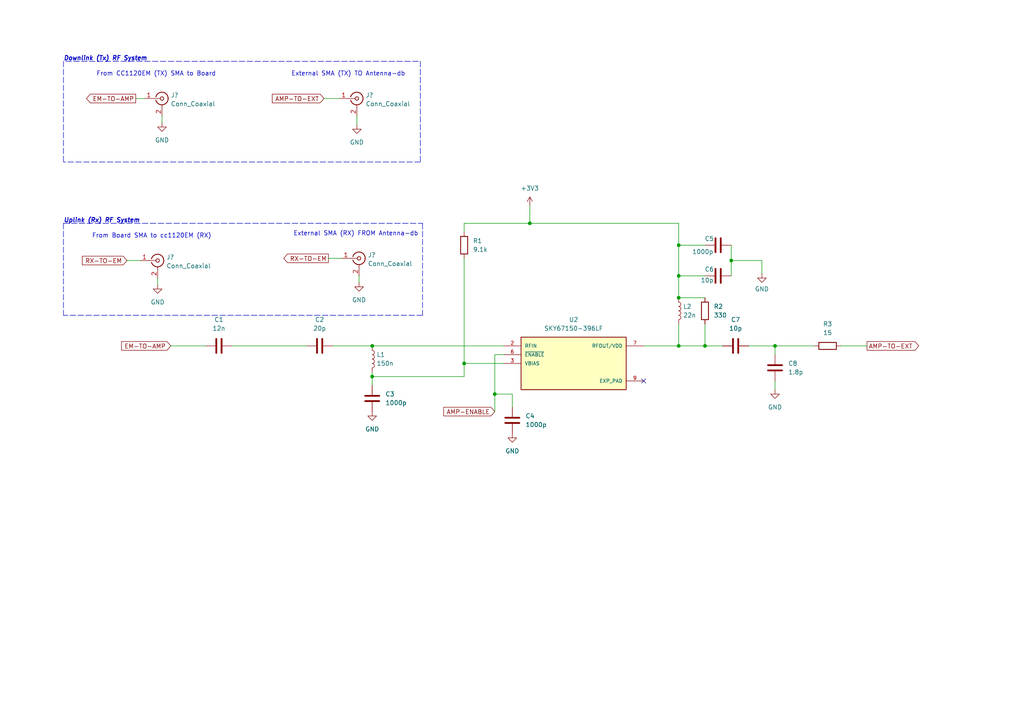
<source format=kicad_sch>
(kicad_sch (version 20211123) (generator eeschema)
  (paper "A4")
  (lib_symbols
    (symbol "Connector:Conn_Coaxial" (pin_names (offset 1.016) hide)
      (property "Reference" "J" (at 0.254 3.048 0))
      (property "Value" "Conn_Coaxial" (at 2.921 0 90))
      (symbol "Conn_Coaxial_0_1"
        (arc (start -1.778 -0.508) (mid 0.2311 -1.8066) (end 1.778 0) (stroke (width 0.254)))
        (polyline (pts (xy -2.54 0) (xy -0.508 0)))
        (polyline (pts (xy 0 -2.54) (xy 0 -1.778)))
        (circle (center 0 0) (radius 0.508) (stroke (width 0.2032)))
        (arc (start 1.778 0) (mid 0.2099 1.8101) (end -1.778 0.508) (stroke (width 0.254)))
      )
      (symbol "Conn_Coaxial_1_1"
        (pin passive line (at -5.08 0 0) (length 2.54) (name "In") (number "1"))
        (pin passive line (at 0 -5.08 90) (length 2.54) (name "Ext") (number "2"))
      )
    )
    (symbol "Device:C" (pin_numbers hide) (pin_names (offset 0.254))
      (property "Reference" "C" (at 0.635 2.54 0))
      (property "Value" "C" (at 0.635 -2.54 0))
      (symbol "C_0_1"
        (polyline (pts (xy -2.032 -0.762) (xy 2.032 -0.762)) (stroke (width 0.508)))
        (polyline (pts (xy -2.032 0.762) (xy 2.032 0.762)) (stroke (width 0.508)))
      )
      (symbol "C_1_1"
        (pin passive line (at 0 3.81 270) (length 2.794) (name "~") (number "1"))
        (pin passive line (at 0 -3.81 90) (length 2.794) (name "~") (number "2"))
      )
    )
    (symbol "Device:L" (pin_numbers hide) (pin_names (offset 1.016) hide)
      (property "Reference" "L" (at -1.27 0 90))
      (property "Value" "L" (at 1.905 0 90))
      (symbol "L_0_1"
        (arc (start 0 -2.54) (mid 0.635 -1.905) (end 0 -1.27))
        (arc (start 0 -1.27) (mid 0.635 -0.635) (end 0 0))
        (arc (start 0 0) (mid 0.635 0.635) (end 0 1.27))
        (arc (start 0 1.27) (mid 0.635 1.905) (end 0 2.54))
      )
      (symbol "L_1_1"
        (pin passive line (at 0 3.81 270) (length 1.27) (name "1") (number "1"))
        (pin passive line (at 0 -3.81 90) (length 1.27) (name "2") (number "2"))
      )
    )
    (symbol "Device:R" (pin_numbers hide) (pin_names (offset 0))
      (property "Reference" "R" (at 2.032 0 90))
      (property "Value" "R" (at 0 0 90))
      (symbol "R_0_1"
        (rectangle (start -1.016 -2.54) (end 1.016 2.54) (stroke (width 0.254)))
      )
      (symbol "R_1_1"
        (pin passive line (at 0 3.81 270) (length 1.27) (name "~") (number "1"))
        (pin passive line (at 0 -3.81 90) (length 1.27) (name "~") (number "2"))
      )
    )
    (symbol "SKY67150-396LF:SKY67150-396LF" (pin_names (offset 1.016))
      (property "Reference" "U" (at -15.2684 8.1432 0))
      (property "Value" "SKY67150-396LF" (at -15.2543 -10.1695 0))
      (symbol "SKY67150-396LF_0_0"
        (rectangle (start -15.24 -7.62) (end 15.24 7.62) (stroke (width 0.254)) (fill (type background)))
        (pin input line (at -20.32 5.08 0) (length 5.08) (name "RFIN") (number "2"))
        (pin input line (at -20.32 0 0) (length 5.08) (name "VBIAS") (number "3"))
        (pin input line (at -20.32 2.54 0) (length 5.08) (name "~{ENABLE}") (number "6"))
        (pin output line (at 20.32 5.08 180) (length 5.08) (name "RFOUT/VDD") (number "7"))
        (pin power_in line (at 20.32 -5.08 180) (length 5.08) (name "EXP_PAD") (number "9"))
      )
    )
    (symbol "power:+3V3" (power) (pin_names (offset 0))
      (property "Value" "+3V3" (at 0 3.556 0))
      (symbol "+3V3_0_1"
        (polyline (pts (xy -0.762 1.27) (xy 0 2.54)))
        (polyline (pts (xy 0 0) (xy 0 2.54)))
        (polyline (pts (xy 0 2.54) (xy 0.762 1.27)))
      )
      (symbol "+3V3_1_1"
        (pin power_in line (at 0 0 90) (length 0) hide (name "+3V3") (number "1"))
      )
    )
    (symbol "power:GND" (power) (pin_names (offset 0))
      (property "Value" "GND" (at 0 -3.81 0))
      (symbol "GND_0_1"
        (polyline (pts (xy 0 0) (xy 0 -1.27) (xy 1.27 -1.27) (xy 0 -2.54) (xy -1.27 -1.27) (xy 0 -1.27)))
      )
      (symbol "GND_1_1"
        (pin power_in line (at 0 0 270) (length 0) hide (name "GND") (number "1"))
      )
    )
  )
  (junction (at 204.47 100.33))
  (junction (at 196.85 80.01))
  (junction (at 212.09 75.565))
  (junction (at 107.95 100.33))
  (junction (at 196.85 71.12))
  (junction (at 143.51 114.3))
  (junction (at 196.85 100.33))
  (junction (at 107.95 109.22))
  (junction (at 134.62 105.41))
  (junction (at 153.67 64.77))
  (junction (at 224.79 100.33))
  (junction (at 196.85 86.36))
  (no_connect (at 186.69 110.49))
  (wire (pts (xy 196.85 71.12) (xy 196.85 80.01)))
  (wire (pts (xy 46.99 35.56) (xy 46.99 33.655)))
  (wire (pts (xy 204.47 100.33) (xy 209.55 100.33)))
  (wire (pts (xy 143.51 114.3) (xy 148.59 114.3)))
  (wire (pts (xy 39.37 28.575) (xy 41.91 28.575)))
  (wire (pts (xy 143.51 102.87) (xy 143.51 114.3)))
  (wire (pts (xy 153.67 59.69) (xy 153.67 64.77)))
  (wire (pts (xy 220.98 75.565) (xy 212.09 75.565)))
  (wire (pts (xy 45.72 82.55) (xy 45.72 80.645)))
  (wire (pts (xy 107.95 107.95) (xy 107.95 109.22)))
  (wire (pts (xy 49.53 100.33) (xy 59.69 100.33)))
  (wire (pts (xy 104.14 81.915) (xy 104.14 80.01)))
  (wire (pts (xy 143.51 114.3) (xy 143.51 119.38)))
  (polyline (pts (xy 19.05 17.78) (xy 121.92 17.78)))
  (wire (pts (xy 148.59 114.3) (xy 148.59 118.11)))
  (wire (pts (xy 224.79 100.33) (xy 236.22 100.33)))
  (polyline (pts (xy 122.555 64.77) (xy 122.555 91.44)))
  (wire (pts (xy 186.69 100.33) (xy 196.85 100.33)))
  (wire (pts (xy 196.85 93.98) (xy 196.85 100.33)))
  (polyline (pts (xy 18.415 64.77) (xy 122.555 64.77)))
  (wire (pts (xy 103.505 36.195) (xy 103.505 33.655)))
  (wire (pts (xy 67.31 100.33) (xy 88.9 100.33)))
  (wire (pts (xy 153.67 64.77) (xy 196.85 64.77)))
  (wire (pts (xy 107.95 109.22) (xy 107.95 111.76)))
  (polyline (pts (xy 122.555 91.44) (xy 18.415 91.44)))
  (wire (pts (xy 134.62 105.41) (xy 146.05 105.41)))
  (wire (pts (xy 224.79 100.33) (xy 224.79 102.87)))
  (wire (pts (xy 146.05 102.87) (xy 143.51 102.87)))
  (wire (pts (xy 107.95 100.33) (xy 146.05 100.33)))
  (wire (pts (xy 196.85 80.01) (xy 196.85 86.36)))
  (polyline (pts (xy 18.415 17.78) (xy 18.415 46.99)))
  (polyline (pts (xy 18.415 64.77) (xy 18.415 91.44)))
  (wire (pts (xy 36.83 75.565) (xy 40.64 75.565)))
  (wire (pts (xy 134.62 74.93) (xy 134.62 105.41)))
  (wire (pts (xy 134.62 67.31) (xy 134.62 64.77)))
  (wire (pts (xy 93.98 28.575) (xy 98.425 28.575)))
  (wire (pts (xy 212.09 75.565) (xy 212.09 80.01)))
  (wire (pts (xy 204.47 93.98) (xy 204.47 100.33)))
  (wire (pts (xy 107.95 109.22) (xy 134.62 109.22)))
  (polyline (pts (xy 121.92 46.99) (xy 18.415 46.99)))
  (wire (pts (xy 196.85 64.77) (xy 196.85 71.12)))
  (wire (pts (xy 212.09 71.12) (xy 212.09 75.565)))
  (wire (pts (xy 220.98 79.375) (xy 220.98 75.565)))
  (wire (pts (xy 243.84 100.33) (xy 251.46 100.33)))
  (wire (pts (xy 134.62 64.77) (xy 153.67 64.77)))
  (wire (pts (xy 196.85 71.12) (xy 204.47 71.12)))
  (wire (pts (xy 196.85 100.33) (xy 204.47 100.33)))
  (wire (pts (xy 196.85 80.01) (xy 204.47 80.01)))
  (wire (pts (xy 134.62 105.41) (xy 134.62 109.22)))
  (polyline (pts (xy 121.92 17.78) (xy 121.92 46.99)))
  (wire (pts (xy 95.25 74.93) (xy 99.06 74.93)))
  (wire (pts (xy 217.17 100.33) (xy 224.79 100.33)))
  (wire (pts (xy 196.85 86.36) (xy 204.47 86.36)))
  (wire (pts (xy 224.79 110.49) (xy 224.79 113.03)))
  (wire (pts (xy 96.52 100.33) (xy 107.95 100.33)))
  (text "Uplink (Rx) RF System" (at 18.415 64.77 0) (effects (font (size 1.27 1.27) bold italic) (justify left bottom)))
  (text "External SMA (TX) TO Antenna-db" (at 84.455 22.225 0) (effects (font (size 1.27 1.27)) (justify left bottom)))
  (text "Downlink (Tx) RF System" (at 18.415 17.78 0) (effects (font (size 1.27 1.27) bold italic) (justify left bottom)))
  (text "From CC1120EM (TX) SMA to Board" (at 27.94 22.225 0) (effects (font (size 1.27 1.27)) (justify left bottom)))
  (text "From Board SMA to cc1120EM (RX)" (at 26.67 69.215 0) (effects (font (size 1.27 1.27)) (justify left bottom)))
  (text "External SMA (RX) FROM Antenna-db" (at 85.09 68.58 0) (effects (font (size 1.27 1.27)) (justify left bottom)))
  (global_label "EM-TO-AMP" (shape output) (at 39.37 28.575 180) (property "Intersheet References" "${INTERSHEET_REFS}" (effects hide)))
  (global_label "RX-TO-EM" (shape input) (at 36.83 75.565 180) (property "Intersheet References" "${INTERSHEET_REFS}" (effects hide)))
  (global_label "AMP-ENABLE" (shape input) (at 143.51 119.38 180) (property "Intersheet References" "${INTERSHEET_REFS}" (effects hide)))
  (global_label "AMP-TO-EXT" (shape input) (at 93.98 28.575 180) (property "Intersheet References" "${INTERSHEET_REFS}" (effects hide)))
  (global_label "EM-TO-AMP" (shape input) (at 49.53 100.33 180) (property "Intersheet References" "${INTERSHEET_REFS}" (effects hide)))
  (global_label "RX-TO-EM" (shape output) (at 95.25 74.93 180) (property "Intersheet References" "${INTERSHEET_REFS}" (effects hide)))
  (global_label "AMP-TO-EXT" (shape output) (at 251.46 100.33 0) (property "Intersheet References" "${INTERSHEET_REFS}" (effects hide)))
  (symbol (lib_id "power:GND") (at 107.95 119.38 0) (unit 1)
    (property "Reference" "#PWR09" (effects hide))
    (property "Value" "GND" (at 107.95 124.46 0))
  )
  (symbol (lib_id "Device:C") (at 224.79 106.68 0) (unit 1)
    (property "Reference" "C8" (at 228.6 105.4099 0) (effects (justify left)))
    (property "Value" "1.8p" (at 228.6 107.9499 0) (effects (justify left)))
  )
  (symbol (lib_id "Device:C") (at 107.95 115.57 0) (unit 1)
    (property "Reference" "C3" (at 111.76 114.2999 0) (effects (justify left)))
    (property "Value" "1000p" (at 111.76 116.8399 0) (effects (justify left)))
  )
  (symbol (lib_id "power:GND") (at 220.98 79.375 0) (unit 1)
    (property "Reference" "#PWR011" (effects hide))
    (property "Value" "GND" (at 220.98 83.82 0))
  )
  (symbol (lib_id "Device:C") (at 213.36 100.33 90) (unit 1)
    (property "Reference" "C7" (at 213.36 92.71 90))
    (property "Value" "10p" (at 213.36 95.25 90))
  )
  (symbol (lib_id "Device:L") (at 107.95 104.14 0) (unit 1)
    (property "Reference" "L1" (at 109.22 102.8699 0) (effects (justify left)))
    (property "Value" "150n" (at 109.22 105.4099 0) (effects (justify left)))
  )
  (symbol (lib_id "Device:C") (at 92.71 100.33 90) (unit 1)
    (property "Reference" "C2" (at 92.71 92.71 90))
    (property "Value" "20p" (at 92.71 95.25 90))
  )
  (symbol (lib_id "Device:C") (at 208.28 71.12 90) (unit 1)
    (property "Reference" "C5" (at 205.74 69.215 90))
    (property "Value" "1000p" (at 203.835 73.025 90))
  )
  (symbol (lib_id "Device:R") (at 240.03 100.33 90) (unit 1)
    (property "Reference" "R3" (at 240.03 93.98 90))
    (property "Value" "15" (at 240.03 96.52 90))
  )
  (symbol (lib_id "Device:R") (at 204.47 90.17 0) (unit 1)
    (property "Reference" "R2" (at 207.01 88.8999 0) (effects (justify left)))
    (property "Value" "330" (at 207.01 91.4399 0) (effects (justify left)))
  )
  (symbol (lib_id "Device:L") (at 196.85 90.17 0) (unit 1)
    (property "Reference" "L2" (at 198.12 88.8999 0) (effects (justify left)))
    (property "Value" "22n" (at 198.12 91.4399 0) (effects (justify left)))
  )
  (symbol (lib_id "power:GND") (at 224.79 113.03 0) (unit 1)
    (property "Reference" "#PWR012" (effects hide))
    (property "Value" "GND" (at 224.79 118.11 0))
  )
  (symbol (lib_id "Device:C") (at 148.59 121.92 0) (unit 1)
    (property "Reference" "C4" (at 152.4 120.6499 0) (effects (justify left)))
    (property "Value" "1000p" (at 152.4 123.1899 0) (effects (justify left)))
  )
  (symbol (lib_id "power:GND") (at 148.59 125.73 0) (unit 1)
    (property "Reference" "#PWR010" (effects hide))
    (property "Value" "GND" (at 148.59 130.81 0))
  )
  (symbol (lib_id "power:+3V3") (at 153.67 59.69 0) (unit 1)
    (property "Reference" "#PWR029" (effects hide))
    (property "Value" "+3V3" (at 153.67 54.61 0))
  )
  (symbol (lib_id "Device:C") (at 63.5 100.33 270) (unit 1)
    (property "Reference" "C1" (at 63.5 92.71 90))
    (property "Value" "12n" (at 63.5 95.25 90))
  )
  (symbol (lib_id "Connector:Conn_Coaxial") (at 104.14 74.93 0) (unit 1)
    (property "Reference" "J?" (at 106.68 73.9531 0) (effects (justify left)))
    (property "Value" "Conn_Coaxial" (at 106.68 76.4931 0) (effects (justify left)))
    (property "Footprint" "Connector_Coaxial:SMA_Amphenol_132134-10_Vertical" (effects hide))
    (property "Datasheet" " ~" (effects hide))
  )
  (symbol (lib_id "Device:R") (at 134.62 71.12 0) (unit 1)
    (property "Reference" "R1" (at 137.16 69.8499 0) (effects (justify left)))
    (property "Value" "9.1k" (at 137.16 72.3899 0) (effects (justify left)))
  )
  (symbol (lib_id "power:GND") (at 46.99 35.56 0) (unit 1)
    (property "Reference" "#PWR?" (effects hide))
    (property "Value" "GND" (at 46.99 40.64 0))
  )
  (symbol (lib_id "Connector:Conn_Coaxial") (at 103.505 28.575 0) (unit 1)
    (property "Reference" "J?" (at 106.045 27.5981 0) (effects (justify left)))
    (property "Value" "Conn_Coaxial" (at 106.045 30.1381 0) (effects (justify left)))
    (property "Footprint" "Connector_Coaxial:SMA_Amphenol_132134-10_Vertical" (effects hide))
    (property "Datasheet" " ~" (effects hide))
  )
  (symbol (lib_id "SKY67150-396LF:SKY67150-396LF") (at 166.37 105.41 0) (unit 1)
    (property "Reference" "U2" (at 166.37 92.71 0))
    (property "Value" "SKY67150-396LF" (at 166.37 95.25 0))
    (property "Footprint" "SON50P200X200X80-9N" (effects hide))
    (property "STANDARD" "IPC-7351B" (effects hide))
    (property "SNAPEDA_PACKAE_ID" "8744" (effects hide))
    (property "MANUFACTURER" "Skyworks" (effects hide))
    (property "PARTREV" "May 3,2017" (effects hide))
  )
  (symbol (lib_id "Device:C") (at 208.28 80.01 90) (unit 1)
    (property "Reference" "C6" (at 205.74 78.105 90))
    (property "Value" "10p" (at 205.105 81.28 90))
  )
  (symbol (lib_id "Connector:Conn_Coaxial") (at 46.99 28.575 0) (unit 1)
    (property "Reference" "J?" (at 49.53 27.5981 0) (effects (justify left)))
    (property "Value" "Conn_Coaxial" (at 49.53 30.1381 0) (effects (justify left)))
    (property "Footprint" "Connector_Coaxial:SMA_Amphenol_132134-10_Vertical" (effects hide))
    (property "Datasheet" " ~" (effects hide))
  )
  (symbol (lib_id "power:GND") (at 104.14 81.915 0) (unit 1)
    (property "Reference" "#PWR?" (effects hide))
    (property "Value" "GND" (at 104.14 86.995 0))
  )
  (symbol (lib_id "power:GND") (at 103.505 36.195 0) (unit 1)
    (property "Reference" "#PWR?" (effects hide))
    (property "Value" "GND" (at 103.505 41.275 0))
  )
  (symbol (lib_id "Connector:Conn_Coaxial") (at 45.72 75.565 0) (unit 1)
    (property "Reference" "J?" (at 48.26 74.5881 0) (effects (justify left)))
    (property "Value" "Conn_Coaxial" (at 48.26 77.1281 0) (effects (justify left)))
    (property "Footprint" "Connector_Coaxial:SMA_Amphenol_132134-10_Vertical" (effects hide))
    (property "Datasheet" " ~" (effects hide))
  )
  (symbol (lib_id "power:GND") (at 45.72 82.55 0) (unit 1)
    (property "Reference" "#PWR?" (effects hide))
    (property "Value" "GND" (at 45.72 87.63 0))
  )
)
</source>
